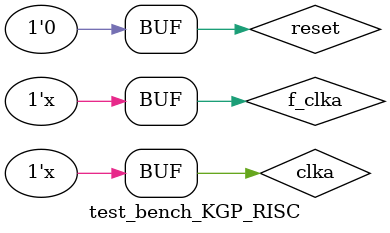
<source format=v>
`timescale 1ns / 1ps


module test_bench_KGP_RISC;

	// Inputs
	reg clka;
	reg f_clka;
	reg reset;

	// Outputs
	wire [4:0] write_addr;
	wire [31:0] ALUres;
	wire [31:0] finalPC;

	// Instantiate the Unit Under Test (UUT)
	KGP_RISC_Processor uut (
		.clka(clka), 
		.f_clka(f_clka), 
		.reset(reset), 
		.write_addr(write_addr), 
		.ALUres(ALUres), 
		.finalPC(finalPC)
	);

	initial begin
		// Initialize Inputs
		clka = 0;
		f_clka = 0;
		reset = 0;
		#19;
		reset = 1;
		#50;
		reset = 0;
	end
	always #1 f_clka = ~f_clka;
	always #20 clka = ~clka;
   
endmodule


</source>
